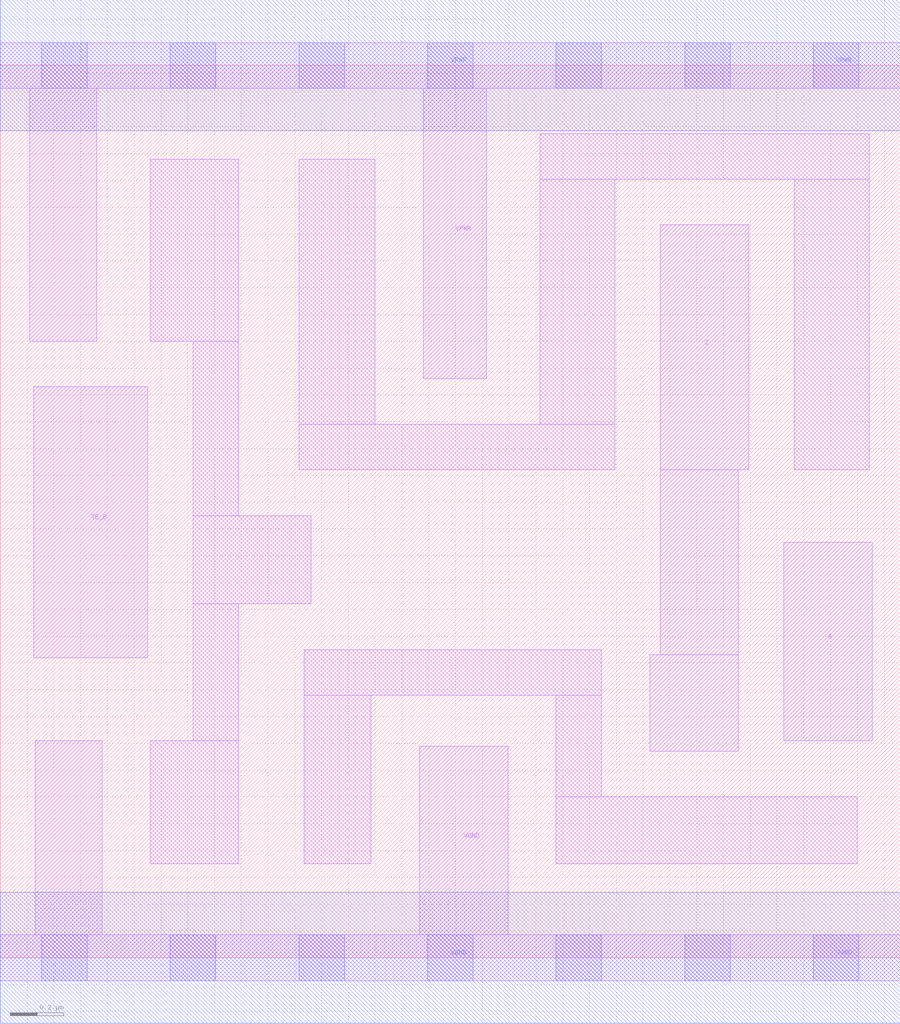
<source format=lef>
# Copyright 2020 The SkyWater PDK Authors
#
# Licensed under the Apache License, Version 2.0 (the "License");
# you may not use this file except in compliance with the License.
# You may obtain a copy of the License at
#
#     https://www.apache.org/licenses/LICENSE-2.0
#
# Unless required by applicable law or agreed to in writing, software
# distributed under the License is distributed on an "AS IS" BASIS,
# WITHOUT WARRANTIES OR CONDITIONS OF ANY KIND, either express or implied.
# See the License for the specific language governing permissions and
# limitations under the License.
#
# SPDX-License-Identifier: Apache-2.0

VERSION 5.7 ;
  NAMESCASESENSITIVE ON ;
  NOWIREEXTENSIONATPIN ON ;
  DIVIDERCHAR "/" ;
  BUSBITCHARS "[]" ;
UNITS
  DATABASE MICRONS 200 ;
END UNITS
MACRO sky130_fd_sc_hs__einvn_2
  CLASS CORE ;
  SOURCE USER ;
  FOREIGN sky130_fd_sc_hs__einvn_2 ;
  ORIGIN  0.000000  0.000000 ;
  SIZE  3.360000 BY  3.330000 ;
  SYMMETRY X Y ;
  SITE unit ;
  PIN A
    ANTENNAGATEAREA  0.558000 ;
    DIRECTION INPUT ;
    USE SIGNAL ;
    PORT
      LAYER li1 ;
        RECT 2.925000 0.810000 3.255000 1.550000 ;
    END
  END A
  PIN TE_B
    ANTENNAGATEAREA  0.495000 ;
    DIRECTION INPUT ;
    USE SIGNAL ;
    PORT
      LAYER li1 ;
        RECT 0.125000 1.120000 0.550000 2.130000 ;
    END
  END TE_B
  PIN Z
    ANTENNADIFFAREA  0.546900 ;
    DIRECTION OUTPUT ;
    USE SIGNAL ;
    PORT
      LAYER li1 ;
        RECT 2.425000 0.770000 2.755000 1.130000 ;
        RECT 2.465000 1.130000 2.755000 1.820000 ;
        RECT 2.465000 1.820000 2.795000 2.735000 ;
    END
  END Z
  PIN VGND
    DIRECTION INOUT ;
    USE GROUND ;
    PORT
      LAYER li1 ;
        RECT 0.000000 -0.085000 3.360000 0.085000 ;
        RECT 0.130000  0.085000 0.380000 0.810000 ;
        RECT 1.565000  0.085000 1.895000 0.790000 ;
      LAYER mcon ;
        RECT 0.155000 -0.085000 0.325000 0.085000 ;
        RECT 0.635000 -0.085000 0.805000 0.085000 ;
        RECT 1.115000 -0.085000 1.285000 0.085000 ;
        RECT 1.595000 -0.085000 1.765000 0.085000 ;
        RECT 2.075000 -0.085000 2.245000 0.085000 ;
        RECT 2.555000 -0.085000 2.725000 0.085000 ;
        RECT 3.035000 -0.085000 3.205000 0.085000 ;
      LAYER met1 ;
        RECT 0.000000 -0.245000 3.360000 0.245000 ;
    END
  END VGND
  PIN VPWR
    DIRECTION INOUT ;
    USE POWER ;
    PORT
      LAYER li1 ;
        RECT 0.000000 3.245000 3.360000 3.415000 ;
        RECT 0.110000 2.300000 0.360000 3.245000 ;
        RECT 1.580000 2.160000 1.815000 3.245000 ;
      LAYER mcon ;
        RECT 0.155000 3.245000 0.325000 3.415000 ;
        RECT 0.635000 3.245000 0.805000 3.415000 ;
        RECT 1.115000 3.245000 1.285000 3.415000 ;
        RECT 1.595000 3.245000 1.765000 3.415000 ;
        RECT 2.075000 3.245000 2.245000 3.415000 ;
        RECT 2.555000 3.245000 2.725000 3.415000 ;
        RECT 3.035000 3.245000 3.205000 3.415000 ;
      LAYER met1 ;
        RECT 0.000000 3.085000 3.360000 3.575000 ;
    END
  END VPWR
  OBS
    LAYER li1 ;
      RECT 0.560000 0.350000 0.890000 0.810000 ;
      RECT 0.560000 2.300000 0.890000 2.980000 ;
      RECT 0.720000 0.810000 0.890000 1.320000 ;
      RECT 0.720000 1.320000 1.160000 1.650000 ;
      RECT 0.720000 1.650000 0.890000 2.300000 ;
      RECT 1.115000 1.820000 2.295000 1.990000 ;
      RECT 1.115000 1.990000 1.400000 2.980000 ;
      RECT 1.135000 0.350000 1.385000 0.980000 ;
      RECT 1.135000 0.980000 2.245000 1.150000 ;
      RECT 2.015000 1.990000 2.295000 2.905000 ;
      RECT 2.015000 2.905000 3.245000 3.075000 ;
      RECT 2.075000 0.350000 3.200000 0.600000 ;
      RECT 2.075000 0.600000 2.245000 0.980000 ;
      RECT 2.965000 1.820000 3.245000 2.905000 ;
  END
END sky130_fd_sc_hs__einvn_2

</source>
